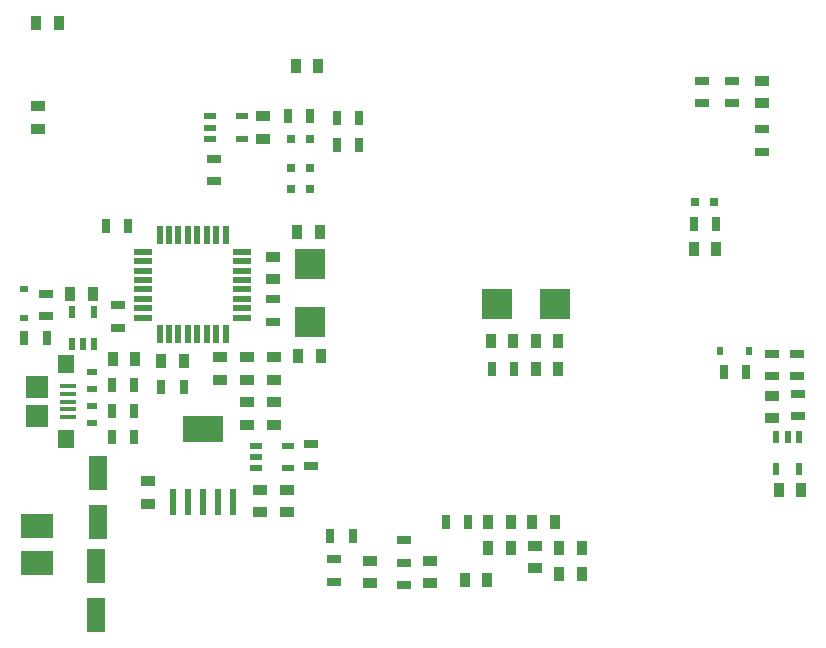
<source format=gtp>
G04*
G04 #@! TF.GenerationSoftware,Altium Limited,Altium Designer,21.6.4 (81)*
G04*
G04 Layer_Color=8421504*
%FSLAX44Y44*%
%MOMM*%
G71*
G04*
G04 #@! TF.SameCoordinates,5A2D479A-7A81-4301-8FED-CA8905A59E07*
G04*
G04*
G04 #@! TF.FilePolarity,Positive*
G04*
G01*
G75*
%ADD13R,0.7000X1.3000*%
%ADD14R,1.3000X0.7000*%
%ADD15R,0.6858X0.5588*%
%ADD16R,0.5588X0.6858*%
%ADD17R,3.5000X2.2000*%
%ADD18R,0.6000X2.2000*%
%ADD19R,2.6000X2.5000*%
%ADD20R,2.5000X2.6000*%
%ADD21R,1.0000X0.5500*%
%ADD22R,0.5500X1.0000*%
%ADD23R,1.6000X3.0000*%
%ADD24R,2.7000X2.0000*%
%ADD25R,0.8000X0.8000*%
%ADD26R,1.3500X0.4000*%
%ADD27R,1.4000X1.6000*%
%ADD28R,1.9000X1.9000*%
%ADD29R,0.5500X1.5000*%
%ADD30R,1.5000X0.5500*%
%ADD31R,0.9000X0.6000*%
%ADD32R,0.9000X1.3000*%
%ADD33R,1.3000X0.9000*%
D13*
X253500Y443000D02*
D03*
X234500D02*
D03*
X578500Y351000D02*
D03*
X597500D02*
D03*
X295250Y441500D02*
D03*
X276250D02*
D03*
Y418500D02*
D03*
X295250D02*
D03*
X146500Y213000D02*
D03*
X127500D02*
D03*
X99500Y350000D02*
D03*
X80500D02*
D03*
X104500Y215000D02*
D03*
X85500D02*
D03*
Y193000D02*
D03*
X104500D02*
D03*
Y171000D02*
D03*
X85500D02*
D03*
X387500Y99250D02*
D03*
X368500D02*
D03*
X407500Y229000D02*
D03*
X426500D02*
D03*
X11500Y255000D02*
D03*
X30500D02*
D03*
X289500Y87000D02*
D03*
X270500D02*
D03*
X622500Y226000D02*
D03*
X603500D02*
D03*
D14*
X172000Y387500D02*
D03*
Y406500D02*
D03*
X222000Y268500D02*
D03*
Y287500D02*
D03*
X611000Y472500D02*
D03*
Y453500D02*
D03*
X585000D02*
D03*
Y472500D02*
D03*
X636000Y431750D02*
D03*
Y412750D02*
D03*
X333000Y83500D02*
D03*
Y64500D02*
D03*
Y45500D02*
D03*
Y64500D02*
D03*
X254000Y165500D02*
D03*
Y146500D02*
D03*
X644750Y222750D02*
D03*
Y241750D02*
D03*
X91000Y282500D02*
D03*
Y263500D02*
D03*
X30000Y273500D02*
D03*
Y292500D02*
D03*
X666750Y207750D02*
D03*
Y188750D02*
D03*
X274000Y67500D02*
D03*
Y48500D02*
D03*
X665750Y222750D02*
D03*
Y241750D02*
D03*
D15*
X11000Y296192D02*
D03*
Y271808D02*
D03*
D16*
X625192Y243500D02*
D03*
X600808D02*
D03*
D17*
X163000Y178250D02*
D03*
D18*
Y116250D02*
D03*
X150300D02*
D03*
X137600D02*
D03*
X188400D02*
D03*
X175700D02*
D03*
D19*
X253000Y268500D02*
D03*
Y317500D02*
D03*
D20*
X460500Y284000D02*
D03*
X411500D02*
D03*
D21*
X168500Y442500D02*
D03*
Y433000D02*
D03*
Y423500D02*
D03*
X195500Y442500D02*
D03*
Y423500D02*
D03*
X207500Y163500D02*
D03*
Y154000D02*
D03*
Y144500D02*
D03*
X234500Y163500D02*
D03*
Y144500D02*
D03*
D22*
X51500Y249500D02*
D03*
X61000D02*
D03*
X70500D02*
D03*
X51500Y276500D02*
D03*
X70500D02*
D03*
X667250Y171000D02*
D03*
X657750D02*
D03*
X648250D02*
D03*
X667250Y144000D02*
D03*
X648250D02*
D03*
D23*
X74000Y140500D02*
D03*
Y99500D02*
D03*
X72000Y61500D02*
D03*
Y20500D02*
D03*
D24*
X22000Y96000D02*
D03*
Y64000D02*
D03*
D25*
X237000Y423000D02*
D03*
X253000D02*
D03*
X579750Y370000D02*
D03*
X595750D02*
D03*
X237000Y399000D02*
D03*
X253000D02*
D03*
X237000Y381000D02*
D03*
X253000D02*
D03*
D26*
X48745Y188000D02*
D03*
Y194500D02*
D03*
Y201000D02*
D03*
Y207500D02*
D03*
Y214000D02*
D03*
D27*
X46495Y169000D02*
D03*
Y233000D02*
D03*
D28*
X21995Y189000D02*
D03*
Y213000D02*
D03*
D29*
X182000Y258000D02*
D03*
X174000D02*
D03*
X166000D02*
D03*
X158000D02*
D03*
X150000D02*
D03*
X142000D02*
D03*
X134000D02*
D03*
X126000D02*
D03*
Y342000D02*
D03*
X134000D02*
D03*
X142000D02*
D03*
X150000D02*
D03*
X166000D02*
D03*
X174000D02*
D03*
X182000D02*
D03*
X158000D02*
D03*
D30*
X112000Y272000D02*
D03*
Y280000D02*
D03*
Y288000D02*
D03*
Y296000D02*
D03*
Y304000D02*
D03*
Y312000D02*
D03*
Y320000D02*
D03*
Y328000D02*
D03*
X196000D02*
D03*
Y320000D02*
D03*
Y312000D02*
D03*
Y304000D02*
D03*
Y296000D02*
D03*
Y288000D02*
D03*
Y280000D02*
D03*
Y272000D02*
D03*
D31*
X69000Y226500D02*
D03*
Y211500D02*
D03*
Y182500D02*
D03*
Y197500D02*
D03*
D32*
X403500Y50000D02*
D03*
X384500D02*
D03*
X597250Y330000D02*
D03*
X578250D02*
D03*
X146500Y235000D02*
D03*
X127500D02*
D03*
X261500Y345000D02*
D03*
X242500D02*
D03*
X262500Y240000D02*
D03*
X243500D02*
D03*
X40500Y522000D02*
D03*
X21500D02*
D03*
X464500Y77250D02*
D03*
X483500D02*
D03*
X444500Y229000D02*
D03*
X463500D02*
D03*
X260500Y485000D02*
D03*
X241500D02*
D03*
X404500Y77250D02*
D03*
X423500D02*
D03*
X404500Y99250D02*
D03*
X423500D02*
D03*
X460500D02*
D03*
X441500D02*
D03*
X406500Y252000D02*
D03*
X425500D02*
D03*
X463500D02*
D03*
X444500D02*
D03*
X69500Y292000D02*
D03*
X50500D02*
D03*
X669500Y126000D02*
D03*
X650500D02*
D03*
X105500Y237000D02*
D03*
X86500D02*
D03*
X464500Y55250D02*
D03*
X483500D02*
D03*
D33*
X304000Y66500D02*
D03*
Y47500D02*
D03*
X355000Y66500D02*
D03*
Y47500D02*
D03*
X214000Y423500D02*
D03*
Y442500D02*
D03*
X223000Y219500D02*
D03*
Y238500D02*
D03*
X200000Y238500D02*
D03*
Y219500D02*
D03*
X222000Y304500D02*
D03*
Y323500D02*
D03*
X177000Y219500D02*
D03*
Y238500D02*
D03*
X23000Y451250D02*
D03*
Y432250D02*
D03*
X636000Y453500D02*
D03*
Y472500D02*
D03*
X116000Y133500D02*
D03*
Y114500D02*
D03*
X211000Y107500D02*
D03*
Y126500D02*
D03*
X223000Y200500D02*
D03*
Y181500D02*
D03*
X234000Y126500D02*
D03*
Y107500D02*
D03*
X644750Y186750D02*
D03*
Y205750D02*
D03*
X200000Y181500D02*
D03*
Y200500D02*
D03*
X444000Y59750D02*
D03*
Y78750D02*
D03*
M02*

</source>
